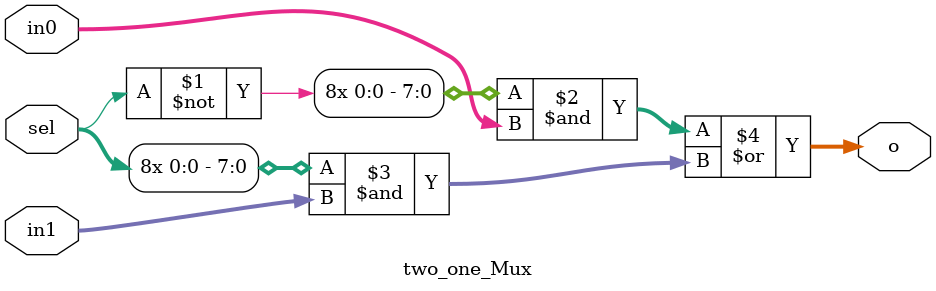
<source format=v>
`timescale 1ns / 1ps


module two_one_Mux(
    input [7:0] in0,
    input [7:0] in1,
    input sel,
    output [7:0] o
    );
    assign o =  {8{~sel}} & in0 | {8{sel}} & in1;
endmodule

</source>
